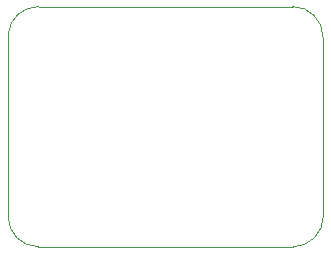
<source format=gbr>
%TF.GenerationSoftware,KiCad,Pcbnew,8.0.3-8.0.3-0~ubuntu23.10.1*%
%TF.CreationDate,2024-08-01T21:15:56-04:00*%
%TF.ProjectId,OPT4001,4f505434-3030-4312-9e6b-696361645f70,rev?*%
%TF.SameCoordinates,Original*%
%TF.FileFunction,Profile,NP*%
%FSLAX46Y46*%
G04 Gerber Fmt 4.6, Leading zero omitted, Abs format (unit mm)*
G04 Created by KiCad (PCBNEW 8.0.3-8.0.3-0~ubuntu23.10.1) date 2024-08-01 21:15:56*
%MOMM*%
%LPD*%
G01*
G04 APERTURE LIST*
%TA.AperFunction,Profile*%
%ADD10C,0.050000*%
%TD*%
G04 APERTURE END LIST*
D10*
X129794000Y-105410000D02*
X108204000Y-105410000D01*
X132334000Y-87630000D02*
X132305000Y-87620000D01*
X108204000Y-105410000D02*
G75*
G02*
X105664000Y-102870000I0J2540000D01*
G01*
X108232921Y-85080000D02*
X129765000Y-85080000D01*
X129765000Y-85080000D02*
G75*
G02*
X132305000Y-87620000I0J-2540000D01*
G01*
X132334000Y-87630000D02*
X132334000Y-102870000D01*
X132334000Y-102870000D02*
G75*
G02*
X129794000Y-105410000I-2540000J0D01*
G01*
X105664000Y-87402544D02*
G75*
G02*
X108232921Y-85080000I2540000J-227456D01*
G01*
X105664000Y-102870000D02*
X105664000Y-87402544D01*
M02*

</source>
